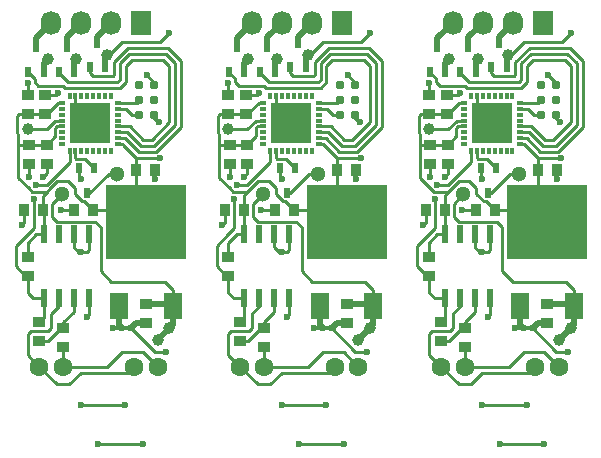
<source format=gtl>
G04 #@! TF.FileFunction,Copper,L1,Top,Signal*
%FSLAX46Y46*%
G04 Gerber Fmt 4.6, Leading zero omitted, Abs format (unit mm)*
G04 Created by KiCad (PCBNEW 4.0.2-4+6225~38~ubuntu15.10.1-stable) date Tue 29 Mar 2016 00:06:07 BST*
%MOMM*%
G01*
G04 APERTURE LIST*
%ADD10C,0.100000*%
%ADD11R,0.600000X1.550000*%
%ADD12C,1.600000*%
%ADD13R,0.950000X1.000000*%
%ADD14R,1.000000X0.950000*%
%ADD15C,0.787000*%
%ADD16R,1.727200X2.032000*%
%ADD17O,1.727200X2.032000*%
%ADD18C,1.300000*%
%ADD19R,6.740000X6.230000*%
%ADD20R,1.524000X2.280000*%
%ADD21R,0.600000X0.300000*%
%ADD22R,0.300000X0.600000*%
%ADD23R,2.000000X2.000000*%
%ADD24R,1.000000X1.000000*%
%ADD25C,0.600000*%
%ADD26R,3.450000X3.450000*%
%ADD27R,0.550000X0.850000*%
%ADD28C,1.000000*%
%ADD29C,0.250000*%
%ADD30C,0.500000*%
%ADD31C,0.300000*%
G04 APERTURE END LIST*
D10*
D11*
X118845000Y-100700000D03*
X120115000Y-100700000D03*
X121385000Y-100700000D03*
X122655000Y-100700000D03*
X122655000Y-95300000D03*
X121385000Y-95300000D03*
X120115000Y-95300000D03*
X118845000Y-95300000D03*
D12*
X118500000Y-106500000D03*
X120500000Y-106500000D03*
D13*
X117200000Y-93250000D03*
X118800000Y-93250000D03*
D14*
X117500000Y-85100000D03*
X117500000Y-83500000D03*
X119000000Y-85100000D03*
X119000000Y-83500000D03*
X119100000Y-87700000D03*
X119100000Y-89300000D03*
D13*
X126700000Y-89800000D03*
X128300000Y-89800000D03*
D14*
X127500000Y-101200000D03*
X127500000Y-102800000D03*
D13*
X123050000Y-93250000D03*
X121450000Y-93250000D03*
D12*
X126500000Y-106500000D03*
X128500000Y-106500000D03*
D15*
X128240000Y-85170000D03*
X126970000Y-85170000D03*
X128240000Y-83900000D03*
X126970000Y-83900000D03*
X128240000Y-82630000D03*
X126970000Y-82630000D03*
D16*
X127100000Y-77400000D03*
D17*
X124560000Y-77400000D03*
X122020000Y-77400000D03*
X119480000Y-77400000D03*
D14*
X117500000Y-97200000D03*
X117500000Y-98800000D03*
D18*
X120400768Y-91855050D03*
X125099232Y-90144950D03*
D19*
X127500000Y-94250000D03*
D20*
X125220000Y-101395000D03*
X129780000Y-101395000D03*
D21*
X120450000Y-84150000D03*
X120450000Y-84650000D03*
X120450000Y-85150000D03*
X120450000Y-85650000D03*
X120450000Y-86150000D03*
X120450000Y-86650000D03*
X120450000Y-87150000D03*
X120450000Y-87650000D03*
D22*
X121050000Y-88250000D03*
X121550000Y-88250000D03*
X122050000Y-88250000D03*
X122550000Y-88250000D03*
X123050000Y-88250000D03*
X123550000Y-88250000D03*
X124050000Y-88250000D03*
X124550000Y-88250000D03*
D21*
X125150000Y-87650000D03*
X125150000Y-87150000D03*
X125150000Y-86650000D03*
X125150000Y-86150000D03*
X125150000Y-85650000D03*
X125150000Y-85150000D03*
X125150000Y-84650000D03*
X125150000Y-84150000D03*
D22*
X124550000Y-83550000D03*
X124050000Y-83550000D03*
X123550000Y-83550000D03*
X123050000Y-83550000D03*
X122550000Y-83550000D03*
X122050000Y-83550000D03*
X121550000Y-83550000D03*
X121050000Y-83550000D03*
D23*
X122800000Y-85900000D03*
D24*
X122800000Y-85900000D03*
D25*
X121550000Y-84650000D03*
X121550000Y-87150000D03*
X124050000Y-84650000D03*
X124050000Y-87150000D03*
D26*
X122800000Y-85900000D03*
D27*
X122750000Y-81150000D03*
X124050000Y-81150000D03*
X123400000Y-79050000D03*
X120150000Y-81550000D03*
X121450000Y-81550000D03*
X120800000Y-79450000D03*
X117550000Y-81550000D03*
X118850000Y-81550000D03*
X118200000Y-79450000D03*
X123150000Y-89650000D03*
X121850000Y-89650000D03*
X122500000Y-91750000D03*
D14*
X117600000Y-87700000D03*
X117600000Y-89300000D03*
D28*
X117500000Y-86400000D03*
D14*
X120500000Y-103200000D03*
X120500000Y-104800000D03*
X118500000Y-102700000D03*
X118500000Y-104300000D03*
D11*
X118845000Y-100700000D03*
X120115000Y-100700000D03*
X121385000Y-100700000D03*
X122655000Y-100700000D03*
X122655000Y-95300000D03*
X121385000Y-95300000D03*
X120115000Y-95300000D03*
X118845000Y-95300000D03*
D12*
X118500000Y-106500000D03*
X120500000Y-106500000D03*
D13*
X117200000Y-93250000D03*
X118800000Y-93250000D03*
D14*
X117500000Y-85100000D03*
X117500000Y-83500000D03*
X119000000Y-85100000D03*
X119000000Y-83500000D03*
X119100000Y-87700000D03*
X119100000Y-89300000D03*
D13*
X126700000Y-89800000D03*
X128300000Y-89800000D03*
D14*
X127500000Y-101200000D03*
X127500000Y-102800000D03*
D13*
X123050000Y-93250000D03*
X121450000Y-93250000D03*
D12*
X126500000Y-106500000D03*
X128500000Y-106500000D03*
D15*
X128240000Y-85170000D03*
X126970000Y-85170000D03*
X128240000Y-83900000D03*
X126970000Y-83900000D03*
X128240000Y-82630000D03*
X126970000Y-82630000D03*
D16*
X127100000Y-77400000D03*
D17*
X124560000Y-77400000D03*
X122020000Y-77400000D03*
X119480000Y-77400000D03*
D14*
X117500000Y-97200000D03*
X117500000Y-98800000D03*
D18*
X120400768Y-91855050D03*
X125099232Y-90144950D03*
D19*
X127500000Y-94250000D03*
D20*
X125220000Y-101395000D03*
X129780000Y-101395000D03*
D21*
X120450000Y-84150000D03*
X120450000Y-84650000D03*
X120450000Y-85150000D03*
X120450000Y-85650000D03*
X120450000Y-86150000D03*
X120450000Y-86650000D03*
X120450000Y-87150000D03*
X120450000Y-87650000D03*
D22*
X121050000Y-88250000D03*
X121550000Y-88250000D03*
X122050000Y-88250000D03*
X122550000Y-88250000D03*
X123050000Y-88250000D03*
X123550000Y-88250000D03*
X124050000Y-88250000D03*
X124550000Y-88250000D03*
D21*
X125150000Y-87650000D03*
X125150000Y-87150000D03*
X125150000Y-86650000D03*
X125150000Y-86150000D03*
X125150000Y-85650000D03*
X125150000Y-85150000D03*
X125150000Y-84650000D03*
X125150000Y-84150000D03*
D22*
X124550000Y-83550000D03*
X124050000Y-83550000D03*
X123550000Y-83550000D03*
X123050000Y-83550000D03*
X122550000Y-83550000D03*
X122050000Y-83550000D03*
X121550000Y-83550000D03*
X121050000Y-83550000D03*
D23*
X122800000Y-85900000D03*
D24*
X122800000Y-85900000D03*
D25*
X121550000Y-84650000D03*
X121550000Y-87150000D03*
X124050000Y-84650000D03*
X124050000Y-87150000D03*
D26*
X122800000Y-85900000D03*
D27*
X122750000Y-81150000D03*
X124050000Y-81150000D03*
X123400000Y-79050000D03*
X120150000Y-81550000D03*
X121450000Y-81550000D03*
X120800000Y-79450000D03*
X117550000Y-81550000D03*
X118850000Y-81550000D03*
X118200000Y-79450000D03*
X123150000Y-89650000D03*
X121850000Y-89650000D03*
X122500000Y-91750000D03*
D14*
X117600000Y-87700000D03*
X117600000Y-89300000D03*
D28*
X117500000Y-86400000D03*
D14*
X120500000Y-103200000D03*
X120500000Y-104800000D03*
X118500000Y-102700000D03*
X118500000Y-104300000D03*
D11*
X135845000Y-100700000D03*
X137115000Y-100700000D03*
X138385000Y-100700000D03*
X139655000Y-100700000D03*
X139655000Y-95300000D03*
X138385000Y-95300000D03*
X137115000Y-95300000D03*
X135845000Y-95300000D03*
D12*
X135500000Y-106500000D03*
X137500000Y-106500000D03*
D13*
X134200000Y-93250000D03*
X135800000Y-93250000D03*
D14*
X134500000Y-85100000D03*
X134500000Y-83500000D03*
X136000000Y-85100000D03*
X136000000Y-83500000D03*
X136100000Y-87700000D03*
X136100000Y-89300000D03*
D13*
X143700000Y-89800000D03*
X145300000Y-89800000D03*
D14*
X144500000Y-101200000D03*
X144500000Y-102800000D03*
D13*
X140050000Y-93250000D03*
X138450000Y-93250000D03*
D12*
X143500000Y-106500000D03*
X145500000Y-106500000D03*
D15*
X145240000Y-85170000D03*
X143970000Y-85170000D03*
X145240000Y-83900000D03*
X143970000Y-83900000D03*
X145240000Y-82630000D03*
X143970000Y-82630000D03*
D16*
X144100000Y-77400000D03*
D17*
X141560000Y-77400000D03*
X139020000Y-77400000D03*
X136480000Y-77400000D03*
D14*
X134500000Y-97200000D03*
X134500000Y-98800000D03*
D18*
X137400768Y-91855050D03*
X142099232Y-90144950D03*
D19*
X144500000Y-94250000D03*
D20*
X142220000Y-101395000D03*
X146780000Y-101395000D03*
D21*
X137450000Y-84150000D03*
X137450000Y-84650000D03*
X137450000Y-85150000D03*
X137450000Y-85650000D03*
X137450000Y-86150000D03*
X137450000Y-86650000D03*
X137450000Y-87150000D03*
X137450000Y-87650000D03*
D22*
X138050000Y-88250000D03*
X138550000Y-88250000D03*
X139050000Y-88250000D03*
X139550000Y-88250000D03*
X140050000Y-88250000D03*
X140550000Y-88250000D03*
X141050000Y-88250000D03*
X141550000Y-88250000D03*
D21*
X142150000Y-87650000D03*
X142150000Y-87150000D03*
X142150000Y-86650000D03*
X142150000Y-86150000D03*
X142150000Y-85650000D03*
X142150000Y-85150000D03*
X142150000Y-84650000D03*
X142150000Y-84150000D03*
D22*
X141550000Y-83550000D03*
X141050000Y-83550000D03*
X140550000Y-83550000D03*
X140050000Y-83550000D03*
X139550000Y-83550000D03*
X139050000Y-83550000D03*
X138550000Y-83550000D03*
X138050000Y-83550000D03*
D23*
X139800000Y-85900000D03*
D24*
X139800000Y-85900000D03*
D25*
X138550000Y-84650000D03*
X138550000Y-87150000D03*
X141050000Y-84650000D03*
X141050000Y-87150000D03*
D26*
X139800000Y-85900000D03*
D27*
X139750000Y-81150000D03*
X141050000Y-81150000D03*
X140400000Y-79050000D03*
X137150000Y-81550000D03*
X138450000Y-81550000D03*
X137800000Y-79450000D03*
X134550000Y-81550000D03*
X135850000Y-81550000D03*
X135200000Y-79450000D03*
X140150000Y-89650000D03*
X138850000Y-89650000D03*
X139500000Y-91750000D03*
D14*
X134600000Y-87700000D03*
X134600000Y-89300000D03*
D28*
X134500000Y-86400000D03*
D14*
X137500000Y-103200000D03*
X137500000Y-104800000D03*
X135500000Y-102700000D03*
X135500000Y-104300000D03*
D11*
X152845000Y-100700000D03*
X154115000Y-100700000D03*
X155385000Y-100700000D03*
X156655000Y-100700000D03*
X156655000Y-95300000D03*
X155385000Y-95300000D03*
X154115000Y-95300000D03*
X152845000Y-95300000D03*
D12*
X152500000Y-106500000D03*
X154500000Y-106500000D03*
D13*
X151200000Y-93250000D03*
X152800000Y-93250000D03*
D14*
X151500000Y-85100000D03*
X151500000Y-83500000D03*
X153000000Y-85100000D03*
X153000000Y-83500000D03*
X153100000Y-87700000D03*
X153100000Y-89300000D03*
D13*
X160700000Y-89800000D03*
X162300000Y-89800000D03*
D14*
X161500000Y-101200000D03*
X161500000Y-102800000D03*
D13*
X157050000Y-93250000D03*
X155450000Y-93250000D03*
D12*
X160500000Y-106500000D03*
X162500000Y-106500000D03*
D15*
X162240000Y-85170000D03*
X160970000Y-85170000D03*
X162240000Y-83900000D03*
X160970000Y-83900000D03*
X162240000Y-82630000D03*
X160970000Y-82630000D03*
D16*
X161100000Y-77400000D03*
D17*
X158560000Y-77400000D03*
X156020000Y-77400000D03*
X153480000Y-77400000D03*
D14*
X151500000Y-97200000D03*
X151500000Y-98800000D03*
D18*
X154400768Y-91855050D03*
X159099232Y-90144950D03*
D19*
X161500000Y-94250000D03*
D20*
X159220000Y-101395000D03*
X163780000Y-101395000D03*
D21*
X154450000Y-84150000D03*
X154450000Y-84650000D03*
X154450000Y-85150000D03*
X154450000Y-85650000D03*
X154450000Y-86150000D03*
X154450000Y-86650000D03*
X154450000Y-87150000D03*
X154450000Y-87650000D03*
D22*
X155050000Y-88250000D03*
X155550000Y-88250000D03*
X156050000Y-88250000D03*
X156550000Y-88250000D03*
X157050000Y-88250000D03*
X157550000Y-88250000D03*
X158050000Y-88250000D03*
X158550000Y-88250000D03*
D21*
X159150000Y-87650000D03*
X159150000Y-87150000D03*
X159150000Y-86650000D03*
X159150000Y-86150000D03*
X159150000Y-85650000D03*
X159150000Y-85150000D03*
X159150000Y-84650000D03*
X159150000Y-84150000D03*
D22*
X158550000Y-83550000D03*
X158050000Y-83550000D03*
X157550000Y-83550000D03*
X157050000Y-83550000D03*
X156550000Y-83550000D03*
X156050000Y-83550000D03*
X155550000Y-83550000D03*
X155050000Y-83550000D03*
D23*
X156800000Y-85900000D03*
D24*
X156800000Y-85900000D03*
D25*
X155550000Y-84650000D03*
X155550000Y-87150000D03*
X158050000Y-84650000D03*
X158050000Y-87150000D03*
D26*
X156800000Y-85900000D03*
D27*
X156750000Y-81150000D03*
X158050000Y-81150000D03*
X157400000Y-79050000D03*
X154150000Y-81550000D03*
X155450000Y-81550000D03*
X154800000Y-79450000D03*
X151550000Y-81550000D03*
X152850000Y-81550000D03*
X152200000Y-79450000D03*
X157150000Y-89650000D03*
X155850000Y-89650000D03*
X156500000Y-91750000D03*
D14*
X151600000Y-87700000D03*
X151600000Y-89300000D03*
D28*
X151500000Y-86400000D03*
D14*
X154500000Y-103200000D03*
X154500000Y-104800000D03*
X152500000Y-102700000D03*
X152500000Y-104300000D03*
D25*
X122000000Y-109750000D03*
X125750000Y-109750000D03*
X123500000Y-113000000D03*
X127250000Y-113000000D03*
X122000000Y-109750000D03*
X125750000Y-109750000D03*
X123500000Y-113000000D03*
X127250000Y-113000000D03*
X139000000Y-109750000D03*
X142750000Y-109750000D03*
X140500000Y-113000000D03*
X144250000Y-113000000D03*
X156000000Y-109750000D03*
X159750000Y-109750000D03*
X157500000Y-113000000D03*
X161250000Y-113000000D03*
D28*
X124200000Y-80100000D03*
D25*
X129500000Y-78250000D03*
X126250000Y-103250000D03*
X129250000Y-105250000D03*
X125500000Y-103250000D03*
D28*
X121600000Y-80400000D03*
X119200000Y-80400000D03*
D25*
X120100000Y-83300000D03*
X127600000Y-81800000D03*
X128300000Y-90600000D03*
X118800000Y-90400000D03*
X122000000Y-90600000D03*
X117500000Y-82500000D03*
X117600000Y-90400000D03*
X120300000Y-93200000D03*
X117000000Y-94500000D03*
X124750000Y-103250000D03*
X122000000Y-96750000D03*
X122500000Y-102250000D03*
D28*
X124200000Y-80100000D03*
D25*
X129500000Y-78250000D03*
X126250000Y-103250000D03*
X129250000Y-105250000D03*
X125500000Y-103250000D03*
D28*
X121600000Y-80400000D03*
X119200000Y-80400000D03*
D25*
X120100000Y-83300000D03*
X127600000Y-81800000D03*
X128300000Y-90600000D03*
X118800000Y-90400000D03*
X122000000Y-90600000D03*
X117500000Y-82500000D03*
X117600000Y-90400000D03*
X120300000Y-93200000D03*
X117000000Y-94500000D03*
X124750000Y-103250000D03*
X122000000Y-96750000D03*
X122500000Y-102250000D03*
D28*
X141200000Y-80100000D03*
D25*
X146500000Y-78250000D03*
X143250000Y-103250000D03*
X146250000Y-105250000D03*
X142500000Y-103250000D03*
D28*
X138600000Y-80400000D03*
X136200000Y-80400000D03*
D25*
X137100000Y-83300000D03*
X144600000Y-81800000D03*
X145300000Y-90600000D03*
X135800000Y-90400000D03*
X139000000Y-90600000D03*
X134500000Y-82500000D03*
X134600000Y-90400000D03*
X137300000Y-93200000D03*
X134000000Y-94500000D03*
X141750000Y-103250000D03*
X139000000Y-96750000D03*
X139500000Y-102250000D03*
D28*
X158200000Y-80100000D03*
D25*
X163500000Y-78250000D03*
X160250000Y-103250000D03*
X163250000Y-105250000D03*
X159500000Y-103250000D03*
D28*
X155600000Y-80400000D03*
X153200000Y-80400000D03*
D25*
X154100000Y-83300000D03*
X161600000Y-81800000D03*
X162300000Y-90600000D03*
X152800000Y-90400000D03*
X156000000Y-90600000D03*
X151500000Y-82500000D03*
X151600000Y-90400000D03*
X154300000Y-93200000D03*
X151000000Y-94500000D03*
X158750000Y-103250000D03*
X156000000Y-96750000D03*
X156500000Y-102250000D03*
X128700000Y-88800000D03*
X128600000Y-85800000D03*
X128700000Y-88800000D03*
X128600000Y-85800000D03*
X145700000Y-88800000D03*
X145600000Y-85800000D03*
X162700000Y-88800000D03*
X162600000Y-85800000D03*
D28*
X128500000Y-104250000D03*
X129500000Y-103250000D03*
X128500000Y-104250000D03*
X129500000Y-103250000D03*
X145500000Y-104250000D03*
X146500000Y-103250000D03*
X162500000Y-104250000D03*
X163500000Y-103250000D03*
D25*
X118200000Y-91100000D03*
X118000000Y-92300000D03*
X118200000Y-91100000D03*
X118000000Y-92300000D03*
X135200000Y-91100000D03*
X135000000Y-92300000D03*
X152200000Y-91100000D03*
X152000000Y-92300000D03*
D29*
X122000000Y-109750000D02*
X125750000Y-109750000D01*
X123500000Y-113000000D02*
X127250000Y-113000000D01*
X122000000Y-109750000D02*
X125750000Y-109750000D01*
X123500000Y-113000000D02*
X127250000Y-113000000D01*
X139000000Y-109750000D02*
X142750000Y-109750000D01*
X140500000Y-113000000D02*
X144250000Y-113000000D01*
X156000000Y-109750000D02*
X159750000Y-109750000D01*
X157500000Y-113000000D02*
X161250000Y-113000000D01*
X124200000Y-80100000D02*
X124400000Y-80100000D01*
D30*
X124050000Y-80250000D02*
X124200000Y-80100000D01*
X124050000Y-81150000D02*
X124050000Y-80250000D01*
D29*
X128750000Y-79000000D02*
X129500000Y-78250000D01*
X125500000Y-79000000D02*
X128750000Y-79000000D01*
X124400000Y-80100000D02*
X125500000Y-79000000D01*
X126250000Y-103250000D02*
X128250000Y-105250000D01*
X128250000Y-105250000D02*
X129250000Y-105250000D01*
X121550000Y-83550000D02*
X121550000Y-84650000D01*
D30*
X127500000Y-102800000D02*
X126700000Y-102800000D01*
D31*
X126250000Y-103250000D02*
X125500000Y-103250000D01*
D30*
X126700000Y-102800000D02*
X126250000Y-103250000D01*
X121450000Y-81550000D02*
X121450000Y-80550000D01*
X121450000Y-80550000D02*
X121600000Y-80400000D01*
X118850000Y-81550000D02*
X118850000Y-80750000D01*
X118850000Y-80750000D02*
X119200000Y-80400000D01*
D29*
X119000000Y-83500000D02*
X119900000Y-83500000D01*
X119900000Y-83500000D02*
X120100000Y-83300000D01*
X128240000Y-82630000D02*
X128240000Y-82440000D01*
X128240000Y-82440000D02*
X127600000Y-81800000D01*
X128300000Y-89800000D02*
X128300000Y-90600000D01*
X119100000Y-89300000D02*
X119100000Y-90100000D01*
X119100000Y-90100000D02*
X118800000Y-90400000D01*
X121850000Y-89650000D02*
X121850000Y-90450000D01*
X121850000Y-90450000D02*
X122000000Y-90600000D01*
X117500000Y-83500000D02*
X117500000Y-82500000D01*
X117600000Y-89300000D02*
X117600000Y-90400000D01*
X121450000Y-93250000D02*
X120350000Y-93250000D01*
X120350000Y-93250000D02*
X120300000Y-93200000D01*
X117200000Y-93250000D02*
X117200000Y-94300000D01*
X117200000Y-94300000D02*
X117000000Y-94500000D01*
X121385000Y-94885000D02*
X121385000Y-95300000D01*
D30*
X125220000Y-101395000D02*
X125220000Y-102970000D01*
X125220000Y-102970000D02*
X125500000Y-103250000D01*
D31*
X124750000Y-103250000D02*
X125500000Y-103250000D01*
D29*
X122655000Y-95300000D02*
X122655000Y-96595000D01*
X121385000Y-96385000D02*
X121750000Y-96750000D01*
X121750000Y-96750000D02*
X122000000Y-96750000D01*
X121385000Y-96385000D02*
X121385000Y-95300000D01*
X122500000Y-96750000D02*
X122000000Y-96750000D01*
X122655000Y-96595000D02*
X122500000Y-96750000D01*
X122655000Y-100700000D02*
X122655000Y-102095000D01*
X122655000Y-102095000D02*
X122500000Y-102250000D01*
X124200000Y-80100000D02*
X124400000Y-80100000D01*
D30*
X124050000Y-80250000D02*
X124200000Y-80100000D01*
X124050000Y-81150000D02*
X124050000Y-80250000D01*
D29*
X128750000Y-79000000D02*
X129500000Y-78250000D01*
X125500000Y-79000000D02*
X128750000Y-79000000D01*
X124400000Y-80100000D02*
X125500000Y-79000000D01*
X126250000Y-103250000D02*
X128250000Y-105250000D01*
X128250000Y-105250000D02*
X129250000Y-105250000D01*
X121550000Y-83550000D02*
X121550000Y-84650000D01*
D30*
X127500000Y-102800000D02*
X126700000Y-102800000D01*
D31*
X126250000Y-103250000D02*
X125500000Y-103250000D01*
D30*
X126700000Y-102800000D02*
X126250000Y-103250000D01*
X121450000Y-81550000D02*
X121450000Y-80550000D01*
X121450000Y-80550000D02*
X121600000Y-80400000D01*
X118850000Y-81550000D02*
X118850000Y-80750000D01*
X118850000Y-80750000D02*
X119200000Y-80400000D01*
D29*
X119000000Y-83500000D02*
X119900000Y-83500000D01*
X119900000Y-83500000D02*
X120100000Y-83300000D01*
X128240000Y-82630000D02*
X128240000Y-82440000D01*
X128240000Y-82440000D02*
X127600000Y-81800000D01*
X128300000Y-89800000D02*
X128300000Y-90600000D01*
X119100000Y-89300000D02*
X119100000Y-90100000D01*
X119100000Y-90100000D02*
X118800000Y-90400000D01*
X121850000Y-89650000D02*
X121850000Y-90450000D01*
X121850000Y-90450000D02*
X122000000Y-90600000D01*
X117500000Y-83500000D02*
X117500000Y-82500000D01*
X117600000Y-89300000D02*
X117600000Y-90400000D01*
X121450000Y-93250000D02*
X120350000Y-93250000D01*
X120350000Y-93250000D02*
X120300000Y-93200000D01*
X117200000Y-93250000D02*
X117200000Y-94300000D01*
X117200000Y-94300000D02*
X117000000Y-94500000D01*
X121385000Y-94885000D02*
X121385000Y-95300000D01*
D30*
X125220000Y-101395000D02*
X125220000Y-102970000D01*
X125220000Y-102970000D02*
X125500000Y-103250000D01*
D31*
X124750000Y-103250000D02*
X125500000Y-103250000D01*
D29*
X122655000Y-95300000D02*
X122655000Y-96595000D01*
X121385000Y-96385000D02*
X121750000Y-96750000D01*
X121750000Y-96750000D02*
X122000000Y-96750000D01*
X121385000Y-96385000D02*
X121385000Y-95300000D01*
X122500000Y-96750000D02*
X122000000Y-96750000D01*
X122655000Y-96595000D02*
X122500000Y-96750000D01*
X122655000Y-100700000D02*
X122655000Y-102095000D01*
X122655000Y-102095000D02*
X122500000Y-102250000D01*
X141200000Y-80100000D02*
X141400000Y-80100000D01*
D30*
X141050000Y-80250000D02*
X141200000Y-80100000D01*
X141050000Y-81150000D02*
X141050000Y-80250000D01*
D29*
X145750000Y-79000000D02*
X146500000Y-78250000D01*
X142500000Y-79000000D02*
X145750000Y-79000000D01*
X141400000Y-80100000D02*
X142500000Y-79000000D01*
X143250000Y-103250000D02*
X145250000Y-105250000D01*
X145250000Y-105250000D02*
X146250000Y-105250000D01*
X138550000Y-83550000D02*
X138550000Y-84650000D01*
D30*
X144500000Y-102800000D02*
X143700000Y-102800000D01*
D31*
X143250000Y-103250000D02*
X142500000Y-103250000D01*
D30*
X143700000Y-102800000D02*
X143250000Y-103250000D01*
X138450000Y-81550000D02*
X138450000Y-80550000D01*
X138450000Y-80550000D02*
X138600000Y-80400000D01*
X135850000Y-81550000D02*
X135850000Y-80750000D01*
X135850000Y-80750000D02*
X136200000Y-80400000D01*
D29*
X136000000Y-83500000D02*
X136900000Y-83500000D01*
X136900000Y-83500000D02*
X137100000Y-83300000D01*
X145240000Y-82630000D02*
X145240000Y-82440000D01*
X145240000Y-82440000D02*
X144600000Y-81800000D01*
X145300000Y-89800000D02*
X145300000Y-90600000D01*
X136100000Y-89300000D02*
X136100000Y-90100000D01*
X136100000Y-90100000D02*
X135800000Y-90400000D01*
X138850000Y-89650000D02*
X138850000Y-90450000D01*
X138850000Y-90450000D02*
X139000000Y-90600000D01*
X134500000Y-83500000D02*
X134500000Y-82500000D01*
X134600000Y-89300000D02*
X134600000Y-90400000D01*
X138450000Y-93250000D02*
X137350000Y-93250000D01*
X137350000Y-93250000D02*
X137300000Y-93200000D01*
X134200000Y-93250000D02*
X134200000Y-94300000D01*
X134200000Y-94300000D02*
X134000000Y-94500000D01*
X138385000Y-94885000D02*
X138385000Y-95300000D01*
D30*
X142220000Y-101395000D02*
X142220000Y-102970000D01*
X142220000Y-102970000D02*
X142500000Y-103250000D01*
D31*
X141750000Y-103250000D02*
X142500000Y-103250000D01*
D29*
X139655000Y-95300000D02*
X139655000Y-96595000D01*
X138385000Y-96385000D02*
X138750000Y-96750000D01*
X138750000Y-96750000D02*
X139000000Y-96750000D01*
X138385000Y-96385000D02*
X138385000Y-95300000D01*
X139500000Y-96750000D02*
X139000000Y-96750000D01*
X139655000Y-96595000D02*
X139500000Y-96750000D01*
X139655000Y-100700000D02*
X139655000Y-102095000D01*
X139655000Y-102095000D02*
X139500000Y-102250000D01*
X158200000Y-80100000D02*
X158400000Y-80100000D01*
D30*
X158050000Y-80250000D02*
X158200000Y-80100000D01*
X158050000Y-81150000D02*
X158050000Y-80250000D01*
D29*
X162750000Y-79000000D02*
X163500000Y-78250000D01*
X159500000Y-79000000D02*
X162750000Y-79000000D01*
X158400000Y-80100000D02*
X159500000Y-79000000D01*
X160250000Y-103250000D02*
X162250000Y-105250000D01*
X162250000Y-105250000D02*
X163250000Y-105250000D01*
X155550000Y-83550000D02*
X155550000Y-84650000D01*
D30*
X161500000Y-102800000D02*
X160700000Y-102800000D01*
D31*
X160250000Y-103250000D02*
X159500000Y-103250000D01*
D30*
X160700000Y-102800000D02*
X160250000Y-103250000D01*
X155450000Y-81550000D02*
X155450000Y-80550000D01*
X155450000Y-80550000D02*
X155600000Y-80400000D01*
X152850000Y-81550000D02*
X152850000Y-80750000D01*
X152850000Y-80750000D02*
X153200000Y-80400000D01*
D29*
X153000000Y-83500000D02*
X153900000Y-83500000D01*
X153900000Y-83500000D02*
X154100000Y-83300000D01*
X162240000Y-82630000D02*
X162240000Y-82440000D01*
X162240000Y-82440000D02*
X161600000Y-81800000D01*
X162300000Y-89800000D02*
X162300000Y-90600000D01*
X153100000Y-89300000D02*
X153100000Y-90100000D01*
X153100000Y-90100000D02*
X152800000Y-90400000D01*
X155850000Y-89650000D02*
X155850000Y-90450000D01*
X155850000Y-90450000D02*
X156000000Y-90600000D01*
X151500000Y-83500000D02*
X151500000Y-82500000D01*
X151600000Y-89300000D02*
X151600000Y-90400000D01*
X155450000Y-93250000D02*
X154350000Y-93250000D01*
X154350000Y-93250000D02*
X154300000Y-93200000D01*
X151200000Y-93250000D02*
X151200000Y-94300000D01*
X151200000Y-94300000D02*
X151000000Y-94500000D01*
X155385000Y-94885000D02*
X155385000Y-95300000D01*
D30*
X159220000Y-101395000D02*
X159220000Y-102970000D01*
X159220000Y-102970000D02*
X159500000Y-103250000D01*
D31*
X158750000Y-103250000D02*
X159500000Y-103250000D01*
D29*
X156655000Y-95300000D02*
X156655000Y-96595000D01*
X155385000Y-96385000D02*
X155750000Y-96750000D01*
X155750000Y-96750000D02*
X156000000Y-96750000D01*
X155385000Y-96385000D02*
X155385000Y-95300000D01*
X156500000Y-96750000D02*
X156000000Y-96750000D01*
X156655000Y-96595000D02*
X156500000Y-96750000D01*
X156655000Y-100700000D02*
X156655000Y-102095000D01*
X156655000Y-102095000D02*
X156500000Y-102250000D01*
X126700000Y-88800000D02*
X128700000Y-88800000D01*
D31*
X128600000Y-85800000D02*
X128240000Y-85440000D01*
X128240000Y-85440000D02*
X128240000Y-85170000D01*
D29*
X125600000Y-87700000D02*
X125550000Y-87650000D01*
X126700000Y-88800000D02*
X125600000Y-87700000D01*
X125550000Y-87650000D02*
X125150000Y-87650000D01*
X126700000Y-89800000D02*
X126700000Y-93450000D01*
X126700000Y-93450000D02*
X127500000Y-94250000D01*
X126700000Y-88800000D02*
X126700000Y-89800000D01*
D31*
X126700000Y-93450000D02*
X127500000Y-94250000D01*
D30*
X126800000Y-93550000D02*
X127500000Y-94250000D01*
D29*
X119100000Y-91700000D02*
X118500000Y-91700000D01*
X117900000Y-91700000D02*
X118500000Y-91700000D01*
X116700000Y-90500000D02*
X116700000Y-87700000D01*
X117600000Y-91400000D02*
X116700000Y-90500000D01*
X117600000Y-91400000D02*
X117900000Y-91700000D01*
X116700000Y-87700000D02*
X117600000Y-87700000D01*
X116800000Y-85100000D02*
X117500000Y-85100000D01*
X116700000Y-87700000D02*
X116700000Y-86800000D01*
X116700000Y-86800000D02*
X116600000Y-86700000D01*
X116600000Y-86700000D02*
X116600000Y-85300000D01*
X116600000Y-85300000D02*
X116800000Y-85100000D01*
X123050000Y-93250000D02*
X122300000Y-92500000D01*
X122300000Y-92500000D02*
X122100000Y-92500000D01*
X122100000Y-92500000D02*
X121500000Y-91900000D01*
X121500000Y-91900000D02*
X121500000Y-91400000D01*
X121500000Y-91400000D02*
X120900000Y-90800000D01*
X120900000Y-90800000D02*
X120000000Y-90800000D01*
X119400000Y-91400000D02*
X119100000Y-91700000D01*
X119100000Y-91700000D02*
X118800000Y-92000000D01*
X120000000Y-90800000D02*
X119400000Y-91400000D01*
X118800000Y-92000000D02*
X118800000Y-93250000D01*
X119100000Y-87700000D02*
X117600000Y-87700000D01*
X119000000Y-85100000D02*
X117500000Y-85100000D01*
X120450000Y-84150000D02*
X120050000Y-84150000D01*
X120050000Y-84150000D02*
X119100000Y-85100000D01*
X119100000Y-85100000D02*
X119000000Y-85100000D01*
X120450000Y-86150000D02*
X119950000Y-86150000D01*
X119800000Y-87000000D02*
X119100000Y-87700000D01*
X119800000Y-86300000D02*
X119800000Y-87000000D01*
X119950000Y-86150000D02*
X119800000Y-86300000D01*
X123050000Y-93250000D02*
X126500000Y-93250000D01*
X126500000Y-93250000D02*
X127500000Y-94250000D01*
X118800000Y-93250000D02*
X118845000Y-93295000D01*
X118845000Y-93295000D02*
X118845000Y-95300000D01*
X125200000Y-91950000D02*
X127500000Y-94250000D01*
X117500000Y-97200000D02*
X117500000Y-96000000D01*
X118200000Y-95300000D02*
X118845000Y-95300000D01*
X117500000Y-96000000D02*
X118200000Y-95300000D01*
D30*
X127500000Y-94250000D02*
X126250000Y-94250000D01*
X126750000Y-93500000D02*
X127500000Y-94250000D01*
D29*
X118745000Y-95200000D02*
X118845000Y-95300000D01*
X126700000Y-88800000D02*
X128700000Y-88800000D01*
D31*
X128600000Y-85800000D02*
X128240000Y-85440000D01*
X128240000Y-85440000D02*
X128240000Y-85170000D01*
D29*
X125600000Y-87700000D02*
X125550000Y-87650000D01*
X126700000Y-88800000D02*
X125600000Y-87700000D01*
X125550000Y-87650000D02*
X125150000Y-87650000D01*
X126700000Y-89800000D02*
X126700000Y-93450000D01*
X126700000Y-93450000D02*
X127500000Y-94250000D01*
X126700000Y-88800000D02*
X126700000Y-89800000D01*
D31*
X126700000Y-93450000D02*
X127500000Y-94250000D01*
D30*
X126800000Y-93550000D02*
X127500000Y-94250000D01*
D29*
X119100000Y-91700000D02*
X118500000Y-91700000D01*
X117900000Y-91700000D02*
X118500000Y-91700000D01*
X116700000Y-90500000D02*
X116700000Y-87700000D01*
X117600000Y-91400000D02*
X116700000Y-90500000D01*
X117600000Y-91400000D02*
X117900000Y-91700000D01*
X116700000Y-87700000D02*
X117600000Y-87700000D01*
X116800000Y-85100000D02*
X117500000Y-85100000D01*
X116700000Y-87700000D02*
X116700000Y-86800000D01*
X116700000Y-86800000D02*
X116600000Y-86700000D01*
X116600000Y-86700000D02*
X116600000Y-85300000D01*
X116600000Y-85300000D02*
X116800000Y-85100000D01*
X123050000Y-93250000D02*
X122300000Y-92500000D01*
X122300000Y-92500000D02*
X122100000Y-92500000D01*
X122100000Y-92500000D02*
X121500000Y-91900000D01*
X121500000Y-91900000D02*
X121500000Y-91400000D01*
X121500000Y-91400000D02*
X120900000Y-90800000D01*
X120900000Y-90800000D02*
X120000000Y-90800000D01*
X119400000Y-91400000D02*
X119100000Y-91700000D01*
X119100000Y-91700000D02*
X118800000Y-92000000D01*
X120000000Y-90800000D02*
X119400000Y-91400000D01*
X118800000Y-92000000D02*
X118800000Y-93250000D01*
X119100000Y-87700000D02*
X117600000Y-87700000D01*
X119000000Y-85100000D02*
X117500000Y-85100000D01*
X120450000Y-84150000D02*
X120050000Y-84150000D01*
X120050000Y-84150000D02*
X119100000Y-85100000D01*
X119100000Y-85100000D02*
X119000000Y-85100000D01*
X120450000Y-86150000D02*
X119950000Y-86150000D01*
X119800000Y-87000000D02*
X119100000Y-87700000D01*
X119800000Y-86300000D02*
X119800000Y-87000000D01*
X119950000Y-86150000D02*
X119800000Y-86300000D01*
X123050000Y-93250000D02*
X126500000Y-93250000D01*
X126500000Y-93250000D02*
X127500000Y-94250000D01*
X118800000Y-93250000D02*
X118845000Y-93295000D01*
X118845000Y-93295000D02*
X118845000Y-95300000D01*
X125200000Y-91950000D02*
X127500000Y-94250000D01*
X117500000Y-97200000D02*
X117500000Y-96000000D01*
X118200000Y-95300000D02*
X118845000Y-95300000D01*
X117500000Y-96000000D02*
X118200000Y-95300000D01*
D30*
X127500000Y-94250000D02*
X126250000Y-94250000D01*
X126750000Y-93500000D02*
X127500000Y-94250000D01*
D29*
X118745000Y-95200000D02*
X118845000Y-95300000D01*
X143700000Y-88800000D02*
X145700000Y-88800000D01*
D31*
X145600000Y-85800000D02*
X145240000Y-85440000D01*
X145240000Y-85440000D02*
X145240000Y-85170000D01*
D29*
X142600000Y-87700000D02*
X142550000Y-87650000D01*
X143700000Y-88800000D02*
X142600000Y-87700000D01*
X142550000Y-87650000D02*
X142150000Y-87650000D01*
X143700000Y-89800000D02*
X143700000Y-93450000D01*
X143700000Y-93450000D02*
X144500000Y-94250000D01*
X143700000Y-88800000D02*
X143700000Y-89800000D01*
D31*
X143700000Y-93450000D02*
X144500000Y-94250000D01*
D30*
X143800000Y-93550000D02*
X144500000Y-94250000D01*
D29*
X136100000Y-91700000D02*
X135500000Y-91700000D01*
X134900000Y-91700000D02*
X135500000Y-91700000D01*
X133700000Y-90500000D02*
X133700000Y-87700000D01*
X134600000Y-91400000D02*
X133700000Y-90500000D01*
X134600000Y-91400000D02*
X134900000Y-91700000D01*
X133700000Y-87700000D02*
X134600000Y-87700000D01*
X133800000Y-85100000D02*
X134500000Y-85100000D01*
X133700000Y-87700000D02*
X133700000Y-86800000D01*
X133700000Y-86800000D02*
X133600000Y-86700000D01*
X133600000Y-86700000D02*
X133600000Y-85300000D01*
X133600000Y-85300000D02*
X133800000Y-85100000D01*
X140050000Y-93250000D02*
X139300000Y-92500000D01*
X139300000Y-92500000D02*
X139100000Y-92500000D01*
X139100000Y-92500000D02*
X138500000Y-91900000D01*
X138500000Y-91900000D02*
X138500000Y-91400000D01*
X138500000Y-91400000D02*
X137900000Y-90800000D01*
X137900000Y-90800000D02*
X137000000Y-90800000D01*
X136400000Y-91400000D02*
X136100000Y-91700000D01*
X136100000Y-91700000D02*
X135800000Y-92000000D01*
X137000000Y-90800000D02*
X136400000Y-91400000D01*
X135800000Y-92000000D02*
X135800000Y-93250000D01*
X136100000Y-87700000D02*
X134600000Y-87700000D01*
X136000000Y-85100000D02*
X134500000Y-85100000D01*
X137450000Y-84150000D02*
X137050000Y-84150000D01*
X137050000Y-84150000D02*
X136100000Y-85100000D01*
X136100000Y-85100000D02*
X136000000Y-85100000D01*
X137450000Y-86150000D02*
X136950000Y-86150000D01*
X136800000Y-87000000D02*
X136100000Y-87700000D01*
X136800000Y-86300000D02*
X136800000Y-87000000D01*
X136950000Y-86150000D02*
X136800000Y-86300000D01*
X140050000Y-93250000D02*
X143500000Y-93250000D01*
X143500000Y-93250000D02*
X144500000Y-94250000D01*
X135800000Y-93250000D02*
X135845000Y-93295000D01*
X135845000Y-93295000D02*
X135845000Y-95300000D01*
X142200000Y-91950000D02*
X144500000Y-94250000D01*
X134500000Y-97200000D02*
X134500000Y-96000000D01*
X135200000Y-95300000D02*
X135845000Y-95300000D01*
X134500000Y-96000000D02*
X135200000Y-95300000D01*
D30*
X144500000Y-94250000D02*
X143250000Y-94250000D01*
X143750000Y-93500000D02*
X144500000Y-94250000D01*
D29*
X135745000Y-95200000D02*
X135845000Y-95300000D01*
X160700000Y-88800000D02*
X162700000Y-88800000D01*
D31*
X162600000Y-85800000D02*
X162240000Y-85440000D01*
X162240000Y-85440000D02*
X162240000Y-85170000D01*
D29*
X159600000Y-87700000D02*
X159550000Y-87650000D01*
X160700000Y-88800000D02*
X159600000Y-87700000D01*
X159550000Y-87650000D02*
X159150000Y-87650000D01*
X160700000Y-89800000D02*
X160700000Y-93450000D01*
X160700000Y-93450000D02*
X161500000Y-94250000D01*
X160700000Y-88800000D02*
X160700000Y-89800000D01*
D31*
X160700000Y-93450000D02*
X161500000Y-94250000D01*
D30*
X160800000Y-93550000D02*
X161500000Y-94250000D01*
D29*
X153100000Y-91700000D02*
X152500000Y-91700000D01*
X151900000Y-91700000D02*
X152500000Y-91700000D01*
X150700000Y-90500000D02*
X150700000Y-87700000D01*
X151600000Y-91400000D02*
X150700000Y-90500000D01*
X151600000Y-91400000D02*
X151900000Y-91700000D01*
X150700000Y-87700000D02*
X151600000Y-87700000D01*
X150800000Y-85100000D02*
X151500000Y-85100000D01*
X150700000Y-87700000D02*
X150700000Y-86800000D01*
X150700000Y-86800000D02*
X150600000Y-86700000D01*
X150600000Y-86700000D02*
X150600000Y-85300000D01*
X150600000Y-85300000D02*
X150800000Y-85100000D01*
X157050000Y-93250000D02*
X156300000Y-92500000D01*
X156300000Y-92500000D02*
X156100000Y-92500000D01*
X156100000Y-92500000D02*
X155500000Y-91900000D01*
X155500000Y-91900000D02*
X155500000Y-91400000D01*
X155500000Y-91400000D02*
X154900000Y-90800000D01*
X154900000Y-90800000D02*
X154000000Y-90800000D01*
X153400000Y-91400000D02*
X153100000Y-91700000D01*
X153100000Y-91700000D02*
X152800000Y-92000000D01*
X154000000Y-90800000D02*
X153400000Y-91400000D01*
X152800000Y-92000000D02*
X152800000Y-93250000D01*
X153100000Y-87700000D02*
X151600000Y-87700000D01*
X153000000Y-85100000D02*
X151500000Y-85100000D01*
X154450000Y-84150000D02*
X154050000Y-84150000D01*
X154050000Y-84150000D02*
X153100000Y-85100000D01*
X153100000Y-85100000D02*
X153000000Y-85100000D01*
X154450000Y-86150000D02*
X153950000Y-86150000D01*
X153800000Y-87000000D02*
X153100000Y-87700000D01*
X153800000Y-86300000D02*
X153800000Y-87000000D01*
X153950000Y-86150000D02*
X153800000Y-86300000D01*
X157050000Y-93250000D02*
X160500000Y-93250000D01*
X160500000Y-93250000D02*
X161500000Y-94250000D01*
X152800000Y-93250000D02*
X152845000Y-93295000D01*
X152845000Y-93295000D02*
X152845000Y-95300000D01*
X159200000Y-91950000D02*
X161500000Y-94250000D01*
X151500000Y-97200000D02*
X151500000Y-96000000D01*
X152200000Y-95300000D02*
X152845000Y-95300000D01*
X151500000Y-96000000D02*
X152200000Y-95300000D01*
D30*
X161500000Y-94250000D02*
X160250000Y-94250000D01*
X160750000Y-93500000D02*
X161500000Y-94250000D01*
D29*
X152745000Y-95200000D02*
X152845000Y-95300000D01*
D30*
X127500000Y-101200000D02*
X129585000Y-101200000D01*
X129585000Y-101200000D02*
X129780000Y-101395000D01*
X129500000Y-103250000D02*
X128500000Y-104250000D01*
X129780000Y-101395000D02*
X129780000Y-102970000D01*
X129780000Y-102970000D02*
X129500000Y-103250000D01*
D29*
X120400768Y-91855050D02*
X120400768Y-91899232D01*
X120400768Y-91899232D02*
X119600000Y-92700000D01*
X119600000Y-92700000D02*
X119600000Y-93800000D01*
X119600000Y-93800000D02*
X120000000Y-94200000D01*
X120000000Y-94200000D02*
X123200000Y-94200000D01*
X123200000Y-94200000D02*
X123700000Y-94700000D01*
X123700000Y-94700000D02*
X123700000Y-98400000D01*
X123700000Y-98400000D02*
X124600000Y-99300000D01*
X124600000Y-99300000D02*
X129100000Y-99300000D01*
X129100000Y-99300000D02*
X129780000Y-99980000D01*
X129780000Y-99980000D02*
X129780000Y-101395000D01*
D31*
X129225000Y-101950000D02*
X129780000Y-101395000D01*
D30*
X127500000Y-101200000D02*
X129585000Y-101200000D01*
X129585000Y-101200000D02*
X129780000Y-101395000D01*
X129500000Y-103250000D02*
X128500000Y-104250000D01*
X129780000Y-101395000D02*
X129780000Y-102970000D01*
X129780000Y-102970000D02*
X129500000Y-103250000D01*
D29*
X120400768Y-91855050D02*
X120400768Y-91899232D01*
X120400768Y-91899232D02*
X119600000Y-92700000D01*
X119600000Y-92700000D02*
X119600000Y-93800000D01*
X119600000Y-93800000D02*
X120000000Y-94200000D01*
X120000000Y-94200000D02*
X123200000Y-94200000D01*
X123200000Y-94200000D02*
X123700000Y-94700000D01*
X123700000Y-94700000D02*
X123700000Y-98400000D01*
X123700000Y-98400000D02*
X124600000Y-99300000D01*
X124600000Y-99300000D02*
X129100000Y-99300000D01*
X129100000Y-99300000D02*
X129780000Y-99980000D01*
X129780000Y-99980000D02*
X129780000Y-101395000D01*
D31*
X129225000Y-101950000D02*
X129780000Y-101395000D01*
D30*
X144500000Y-101200000D02*
X146585000Y-101200000D01*
X146585000Y-101200000D02*
X146780000Y-101395000D01*
X146500000Y-103250000D02*
X145500000Y-104250000D01*
X146780000Y-101395000D02*
X146780000Y-102970000D01*
X146780000Y-102970000D02*
X146500000Y-103250000D01*
D29*
X137400768Y-91855050D02*
X137400768Y-91899232D01*
X137400768Y-91899232D02*
X136600000Y-92700000D01*
X136600000Y-92700000D02*
X136600000Y-93800000D01*
X136600000Y-93800000D02*
X137000000Y-94200000D01*
X137000000Y-94200000D02*
X140200000Y-94200000D01*
X140200000Y-94200000D02*
X140700000Y-94700000D01*
X140700000Y-94700000D02*
X140700000Y-98400000D01*
X140700000Y-98400000D02*
X141600000Y-99300000D01*
X141600000Y-99300000D02*
X146100000Y-99300000D01*
X146100000Y-99300000D02*
X146780000Y-99980000D01*
X146780000Y-99980000D02*
X146780000Y-101395000D01*
D31*
X146225000Y-101950000D02*
X146780000Y-101395000D01*
D30*
X161500000Y-101200000D02*
X163585000Y-101200000D01*
X163585000Y-101200000D02*
X163780000Y-101395000D01*
X163500000Y-103250000D02*
X162500000Y-104250000D01*
X163780000Y-101395000D02*
X163780000Y-102970000D01*
X163780000Y-102970000D02*
X163500000Y-103250000D01*
D29*
X154400768Y-91855050D02*
X154400768Y-91899232D01*
X154400768Y-91899232D02*
X153600000Y-92700000D01*
X153600000Y-92700000D02*
X153600000Y-93800000D01*
X153600000Y-93800000D02*
X154000000Y-94200000D01*
X154000000Y-94200000D02*
X157200000Y-94200000D01*
X157200000Y-94200000D02*
X157700000Y-94700000D01*
X157700000Y-94700000D02*
X157700000Y-98400000D01*
X157700000Y-98400000D02*
X158600000Y-99300000D01*
X158600000Y-99300000D02*
X163100000Y-99300000D01*
X163100000Y-99300000D02*
X163780000Y-99980000D01*
X163780000Y-99980000D02*
X163780000Y-101395000D01*
D31*
X163225000Y-101950000D02*
X163780000Y-101395000D01*
D29*
X119700000Y-90500000D02*
X121050000Y-89150000D01*
X121050000Y-89150000D02*
X121050000Y-88250000D01*
X118200000Y-91100000D02*
X119100000Y-91100000D01*
X118000000Y-92300000D02*
X118000000Y-92500000D01*
X118000000Y-94750000D02*
X118000000Y-92500000D01*
X117300000Y-98800000D02*
X116500000Y-98000000D01*
X116500000Y-96250000D02*
X117500000Y-95250000D01*
X116500000Y-98000000D02*
X116500000Y-96250000D01*
X117500000Y-95250000D02*
X118000000Y-94750000D01*
X119100000Y-91100000D02*
X119700000Y-90500000D01*
X119700000Y-90500000D02*
X119682844Y-90517156D01*
X117500000Y-98800000D02*
X117300000Y-98800000D01*
X117500000Y-98800000D02*
X117500000Y-100250000D01*
X117950000Y-100700000D02*
X118845000Y-100700000D01*
X117500000Y-100250000D02*
X117950000Y-100700000D01*
X118500000Y-102700000D02*
X118845000Y-102355000D01*
X118845000Y-102355000D02*
X118845000Y-100700000D01*
X119700000Y-90500000D02*
X121050000Y-89150000D01*
X121050000Y-89150000D02*
X121050000Y-88250000D01*
X118200000Y-91100000D02*
X119100000Y-91100000D01*
X118000000Y-92300000D02*
X118000000Y-92500000D01*
X118000000Y-94750000D02*
X118000000Y-92500000D01*
X117300000Y-98800000D02*
X116500000Y-98000000D01*
X116500000Y-96250000D02*
X117500000Y-95250000D01*
X116500000Y-98000000D02*
X116500000Y-96250000D01*
X117500000Y-95250000D02*
X118000000Y-94750000D01*
X119100000Y-91100000D02*
X119700000Y-90500000D01*
X119700000Y-90500000D02*
X119682844Y-90517156D01*
X117500000Y-98800000D02*
X117300000Y-98800000D01*
X117500000Y-98800000D02*
X117500000Y-100250000D01*
X117950000Y-100700000D02*
X118845000Y-100700000D01*
X117500000Y-100250000D02*
X117950000Y-100700000D01*
X118500000Y-102700000D02*
X118845000Y-102355000D01*
X118845000Y-102355000D02*
X118845000Y-100700000D01*
X136700000Y-90500000D02*
X138050000Y-89150000D01*
X138050000Y-89150000D02*
X138050000Y-88250000D01*
X135200000Y-91100000D02*
X136100000Y-91100000D01*
X135000000Y-92300000D02*
X135000000Y-92500000D01*
X135000000Y-94750000D02*
X135000000Y-92500000D01*
X134300000Y-98800000D02*
X133500000Y-98000000D01*
X133500000Y-96250000D02*
X134500000Y-95250000D01*
X133500000Y-98000000D02*
X133500000Y-96250000D01*
X134500000Y-95250000D02*
X135000000Y-94750000D01*
X136100000Y-91100000D02*
X136700000Y-90500000D01*
X136700000Y-90500000D02*
X136682844Y-90517156D01*
X134500000Y-98800000D02*
X134300000Y-98800000D01*
X134500000Y-98800000D02*
X134500000Y-100250000D01*
X134950000Y-100700000D02*
X135845000Y-100700000D01*
X134500000Y-100250000D02*
X134950000Y-100700000D01*
X135500000Y-102700000D02*
X135845000Y-102355000D01*
X135845000Y-102355000D02*
X135845000Y-100700000D01*
X153700000Y-90500000D02*
X155050000Y-89150000D01*
X155050000Y-89150000D02*
X155050000Y-88250000D01*
X152200000Y-91100000D02*
X153100000Y-91100000D01*
X152000000Y-92300000D02*
X152000000Y-92500000D01*
X152000000Y-94750000D02*
X152000000Y-92500000D01*
X151300000Y-98800000D02*
X150500000Y-98000000D01*
X150500000Y-96250000D02*
X151500000Y-95250000D01*
X150500000Y-98000000D02*
X150500000Y-96250000D01*
X151500000Y-95250000D02*
X152000000Y-94750000D01*
X153100000Y-91100000D02*
X153700000Y-90500000D01*
X153700000Y-90500000D02*
X153682844Y-90517156D01*
X151500000Y-98800000D02*
X151300000Y-98800000D01*
X151500000Y-98800000D02*
X151500000Y-100250000D01*
X151950000Y-100700000D02*
X152845000Y-100700000D01*
X151500000Y-100250000D02*
X151950000Y-100700000D01*
X152500000Y-102700000D02*
X152845000Y-102355000D01*
X152845000Y-102355000D02*
X152845000Y-100700000D01*
X118500000Y-106500000D02*
X120000000Y-108000000D01*
X122000000Y-107000000D02*
X126000000Y-107000000D01*
X121000000Y-108000000D02*
X122000000Y-107000000D01*
X120000000Y-108000000D02*
X121000000Y-108000000D01*
X126000000Y-107000000D02*
X126500000Y-106500000D01*
X118500000Y-106500000D02*
X117500000Y-105500000D01*
X119500000Y-102000000D02*
X120115000Y-101385000D01*
X119500000Y-103250000D02*
X119500000Y-102000000D01*
X119250000Y-103500000D02*
X119500000Y-103250000D01*
X117750000Y-103500000D02*
X119250000Y-103500000D01*
X117500000Y-103750000D02*
X117750000Y-103500000D01*
X117500000Y-105500000D02*
X117500000Y-103750000D01*
X120115000Y-101385000D02*
X120115000Y-100700000D01*
X118500000Y-106500000D02*
X118500000Y-106250000D01*
X118500000Y-106500000D02*
X120000000Y-108000000D01*
X122000000Y-107000000D02*
X126000000Y-107000000D01*
X121000000Y-108000000D02*
X122000000Y-107000000D01*
X120000000Y-108000000D02*
X121000000Y-108000000D01*
X126000000Y-107000000D02*
X126500000Y-106500000D01*
X118500000Y-106500000D02*
X117500000Y-105500000D01*
X119500000Y-102000000D02*
X120115000Y-101385000D01*
X119500000Y-103250000D02*
X119500000Y-102000000D01*
X119250000Y-103500000D02*
X119500000Y-103250000D01*
X117750000Y-103500000D02*
X119250000Y-103500000D01*
X117500000Y-103750000D02*
X117750000Y-103500000D01*
X117500000Y-105500000D02*
X117500000Y-103750000D01*
X120115000Y-101385000D02*
X120115000Y-100700000D01*
X118500000Y-106500000D02*
X118500000Y-106250000D01*
X135500000Y-106500000D02*
X137000000Y-108000000D01*
X139000000Y-107000000D02*
X143000000Y-107000000D01*
X138000000Y-108000000D02*
X139000000Y-107000000D01*
X137000000Y-108000000D02*
X138000000Y-108000000D01*
X143000000Y-107000000D02*
X143500000Y-106500000D01*
X135500000Y-106500000D02*
X134500000Y-105500000D01*
X136500000Y-102000000D02*
X137115000Y-101385000D01*
X136500000Y-103250000D02*
X136500000Y-102000000D01*
X136250000Y-103500000D02*
X136500000Y-103250000D01*
X134750000Y-103500000D02*
X136250000Y-103500000D01*
X134500000Y-103750000D02*
X134750000Y-103500000D01*
X134500000Y-105500000D02*
X134500000Y-103750000D01*
X137115000Y-101385000D02*
X137115000Y-100700000D01*
X135500000Y-106500000D02*
X135500000Y-106250000D01*
X152500000Y-106500000D02*
X154000000Y-108000000D01*
X156000000Y-107000000D02*
X160000000Y-107000000D01*
X155000000Y-108000000D02*
X156000000Y-107000000D01*
X154000000Y-108000000D02*
X155000000Y-108000000D01*
X160000000Y-107000000D02*
X160500000Y-106500000D01*
X152500000Y-106500000D02*
X151500000Y-105500000D01*
X153500000Y-102000000D02*
X154115000Y-101385000D01*
X153500000Y-103250000D02*
X153500000Y-102000000D01*
X153250000Y-103500000D02*
X153500000Y-103250000D01*
X151750000Y-103500000D02*
X153250000Y-103500000D01*
X151500000Y-103750000D02*
X151750000Y-103500000D01*
X151500000Y-105500000D02*
X151500000Y-103750000D01*
X154115000Y-101385000D02*
X154115000Y-100700000D01*
X152500000Y-106500000D02*
X152500000Y-106250000D01*
X120500000Y-106500000D02*
X124250000Y-106500000D01*
X127250000Y-105250000D02*
X128500000Y-106500000D01*
X125500000Y-105250000D02*
X127250000Y-105250000D01*
X124250000Y-106500000D02*
X125500000Y-105250000D01*
X120500000Y-104800000D02*
X120500000Y-106500000D01*
X120500000Y-106500000D02*
X124250000Y-106500000D01*
X127250000Y-105250000D02*
X128500000Y-106500000D01*
X125500000Y-105250000D02*
X127250000Y-105250000D01*
X124250000Y-106500000D02*
X125500000Y-105250000D01*
X120500000Y-104800000D02*
X120500000Y-106500000D01*
X137500000Y-106500000D02*
X141250000Y-106500000D01*
X144250000Y-105250000D02*
X145500000Y-106500000D01*
X142500000Y-105250000D02*
X144250000Y-105250000D01*
X141250000Y-106500000D02*
X142500000Y-105250000D01*
X137500000Y-104800000D02*
X137500000Y-106500000D01*
X154500000Y-106500000D02*
X158250000Y-106500000D01*
X161250000Y-105250000D02*
X162500000Y-106500000D01*
X159500000Y-105250000D02*
X161250000Y-105250000D01*
X158250000Y-106500000D02*
X159500000Y-105250000D01*
X154500000Y-104800000D02*
X154500000Y-106500000D01*
X125150000Y-84650000D02*
X125850000Y-84650000D01*
X126370000Y-85170000D02*
X126970000Y-85170000D01*
X125850000Y-84650000D02*
X126370000Y-85170000D01*
X125150000Y-84650000D02*
X125850000Y-84650000D01*
X126370000Y-85170000D02*
X126970000Y-85170000D01*
X125850000Y-84650000D02*
X126370000Y-85170000D01*
X142150000Y-84650000D02*
X142850000Y-84650000D01*
X143370000Y-85170000D02*
X143970000Y-85170000D01*
X142850000Y-84650000D02*
X143370000Y-85170000D01*
X159150000Y-84650000D02*
X159850000Y-84650000D01*
X160370000Y-85170000D02*
X160970000Y-85170000D01*
X159850000Y-84650000D02*
X160370000Y-85170000D01*
X125150000Y-84150000D02*
X126720000Y-84150000D01*
X126720000Y-84150000D02*
X126970000Y-83900000D01*
X125150000Y-84150000D02*
X126720000Y-84150000D01*
X126720000Y-84150000D02*
X126970000Y-83900000D01*
X142150000Y-84150000D02*
X143720000Y-84150000D01*
X143720000Y-84150000D02*
X143970000Y-83900000D01*
X159150000Y-84150000D02*
X160720000Y-84150000D01*
X160720000Y-84150000D02*
X160970000Y-83900000D01*
D30*
X123400000Y-79050000D02*
X123400000Y-78560000D01*
X123400000Y-78560000D02*
X124560000Y-77400000D01*
X123400000Y-79050000D02*
X123400000Y-78560000D01*
X123400000Y-78560000D02*
X124560000Y-77400000D01*
X140400000Y-79050000D02*
X140400000Y-78560000D01*
X140400000Y-78560000D02*
X141560000Y-77400000D01*
X157400000Y-79050000D02*
X157400000Y-78560000D01*
X157400000Y-78560000D02*
X158560000Y-77400000D01*
X120800000Y-79450000D02*
X120800000Y-78620000D01*
X120800000Y-78620000D02*
X122020000Y-77400000D01*
X120800000Y-79450000D02*
X120800000Y-78620000D01*
X120800000Y-78620000D02*
X122020000Y-77400000D01*
X137800000Y-79450000D02*
X137800000Y-78620000D01*
X137800000Y-78620000D02*
X139020000Y-77400000D01*
X154800000Y-79450000D02*
X154800000Y-78620000D01*
X154800000Y-78620000D02*
X156020000Y-77400000D01*
X118200000Y-79450000D02*
X118200000Y-78680000D01*
X118200000Y-78680000D02*
X119480000Y-77400000D01*
X118200000Y-79450000D02*
X118200000Y-78680000D01*
X118200000Y-78680000D02*
X119480000Y-77400000D01*
X135200000Y-79450000D02*
X135200000Y-78680000D01*
X135200000Y-78680000D02*
X136480000Y-77400000D01*
X152200000Y-79450000D02*
X152200000Y-78680000D01*
X152200000Y-78680000D02*
X153480000Y-77400000D01*
D29*
X122500000Y-91800000D02*
X122700000Y-91800000D01*
X122700000Y-91800000D02*
X124355050Y-90144950D01*
X124355050Y-90144950D02*
X125099232Y-90144950D01*
X122500000Y-91800000D02*
X122700000Y-91800000D01*
X122700000Y-91800000D02*
X124355050Y-90144950D01*
X124355050Y-90144950D02*
X125099232Y-90144950D01*
X139500000Y-91800000D02*
X139700000Y-91800000D01*
X139700000Y-91800000D02*
X141355050Y-90144950D01*
X141355050Y-90144950D02*
X142099232Y-90144950D01*
X156500000Y-91800000D02*
X156700000Y-91800000D01*
X156700000Y-91800000D02*
X158355050Y-90144950D01*
X158355050Y-90144950D02*
X159099232Y-90144950D01*
X121550000Y-88250000D02*
X121550000Y-88850000D01*
X122400000Y-88900000D02*
X123150000Y-89650000D01*
X121600000Y-88900000D02*
X122400000Y-88900000D01*
X121550000Y-88850000D02*
X121600000Y-88900000D01*
X121550000Y-88250000D02*
X121550000Y-88850000D01*
X122400000Y-88900000D02*
X123150000Y-89650000D01*
X121600000Y-88900000D02*
X122400000Y-88900000D01*
X121550000Y-88850000D02*
X121600000Y-88900000D01*
X138550000Y-88250000D02*
X138550000Y-88850000D01*
X139400000Y-88900000D02*
X140150000Y-89650000D01*
X138600000Y-88900000D02*
X139400000Y-88900000D01*
X138550000Y-88850000D02*
X138600000Y-88900000D01*
X155550000Y-88250000D02*
X155550000Y-88850000D01*
X156400000Y-88900000D02*
X157150000Y-89650000D01*
X155600000Y-88900000D02*
X156400000Y-88900000D01*
X155550000Y-88850000D02*
X155600000Y-88900000D01*
X124200000Y-81900000D02*
X123000000Y-81900000D01*
X124800000Y-81799998D02*
X124699998Y-81900000D01*
X124699998Y-81900000D02*
X124200000Y-81900000D01*
X126900000Y-79500000D02*
X126000000Y-79500000D01*
X130500000Y-80600000D02*
X129400000Y-79500000D01*
X129400000Y-79500000D02*
X126900000Y-79500000D01*
X125150000Y-87150000D02*
X125750000Y-87150000D01*
X130500000Y-86200000D02*
X130500000Y-82000000D01*
X128400000Y-88300000D02*
X130500000Y-86200000D01*
X126900000Y-88300000D02*
X128400000Y-88300000D01*
X125750000Y-87150000D02*
X126900000Y-88300000D01*
X130500000Y-82000000D02*
X130500000Y-80600000D01*
X124800000Y-80700000D02*
X124800000Y-81500000D01*
X126000000Y-79500000D02*
X124800000Y-80700000D01*
X124800000Y-81500000D02*
X124800000Y-81799998D01*
X122750000Y-81650000D02*
X122750000Y-81150000D01*
X123000000Y-81900000D02*
X122750000Y-81650000D01*
X124200000Y-81900000D02*
X123000000Y-81900000D01*
X124800000Y-81799998D02*
X124699998Y-81900000D01*
X124699998Y-81900000D02*
X124200000Y-81900000D01*
X126900000Y-79500000D02*
X126000000Y-79500000D01*
X130500000Y-80600000D02*
X129400000Y-79500000D01*
X129400000Y-79500000D02*
X126900000Y-79500000D01*
X125150000Y-87150000D02*
X125750000Y-87150000D01*
X130500000Y-86200000D02*
X130500000Y-82000000D01*
X128400000Y-88300000D02*
X130500000Y-86200000D01*
X126900000Y-88300000D02*
X128400000Y-88300000D01*
X125750000Y-87150000D02*
X126900000Y-88300000D01*
X130500000Y-82000000D02*
X130500000Y-80600000D01*
X124800000Y-80700000D02*
X124800000Y-81500000D01*
X126000000Y-79500000D02*
X124800000Y-80700000D01*
X124800000Y-81500000D02*
X124800000Y-81799998D01*
X122750000Y-81650000D02*
X122750000Y-81150000D01*
X123000000Y-81900000D02*
X122750000Y-81650000D01*
X141200000Y-81900000D02*
X140000000Y-81900000D01*
X141800000Y-81799998D02*
X141699998Y-81900000D01*
X141699998Y-81900000D02*
X141200000Y-81900000D01*
X143900000Y-79500000D02*
X143000000Y-79500000D01*
X147500000Y-80600000D02*
X146400000Y-79500000D01*
X146400000Y-79500000D02*
X143900000Y-79500000D01*
X142150000Y-87150000D02*
X142750000Y-87150000D01*
X147500000Y-86200000D02*
X147500000Y-82000000D01*
X145400000Y-88300000D02*
X147500000Y-86200000D01*
X143900000Y-88300000D02*
X145400000Y-88300000D01*
X142750000Y-87150000D02*
X143900000Y-88300000D01*
X147500000Y-82000000D02*
X147500000Y-80600000D01*
X141800000Y-80700000D02*
X141800000Y-81500000D01*
X143000000Y-79500000D02*
X141800000Y-80700000D01*
X141800000Y-81500000D02*
X141800000Y-81799998D01*
X139750000Y-81650000D02*
X139750000Y-81150000D01*
X140000000Y-81900000D02*
X139750000Y-81650000D01*
X158200000Y-81900000D02*
X157000000Y-81900000D01*
X158800000Y-81799998D02*
X158699998Y-81900000D01*
X158699998Y-81900000D02*
X158200000Y-81900000D01*
X160900000Y-79500000D02*
X160000000Y-79500000D01*
X164500000Y-80600000D02*
X163400000Y-79500000D01*
X163400000Y-79500000D02*
X160900000Y-79500000D01*
X159150000Y-87150000D02*
X159750000Y-87150000D01*
X164500000Y-86200000D02*
X164500000Y-82000000D01*
X162400000Y-88300000D02*
X164500000Y-86200000D01*
X160900000Y-88300000D02*
X162400000Y-88300000D01*
X159750000Y-87150000D02*
X160900000Y-88300000D01*
X164500000Y-82000000D02*
X164500000Y-80600000D01*
X158800000Y-80700000D02*
X158800000Y-81500000D01*
X160000000Y-79500000D02*
X158800000Y-80700000D01*
X158800000Y-81500000D02*
X158800000Y-81799998D01*
X156750000Y-81650000D02*
X156750000Y-81150000D01*
X157000000Y-81900000D02*
X156750000Y-81650000D01*
X124300000Y-82400000D02*
X120900000Y-82400000D01*
X125300000Y-82200000D02*
X125100000Y-82400000D01*
X125100000Y-82400000D02*
X124300000Y-82400000D01*
X126600000Y-80000000D02*
X126100000Y-80000000D01*
X130000000Y-80800000D02*
X129200000Y-80000000D01*
X129200000Y-80000000D02*
X126600000Y-80000000D01*
X125150000Y-86650000D02*
X125950000Y-86650000D01*
X130000000Y-86000000D02*
X130000000Y-81300000D01*
X128200000Y-87800000D02*
X130000000Y-86000000D01*
X127100000Y-87800000D02*
X128200000Y-87800000D01*
X125950000Y-86650000D02*
X127100000Y-87800000D01*
X130000000Y-81300000D02*
X130000000Y-80800000D01*
X125300000Y-80800000D02*
X125300000Y-81500000D01*
X126100000Y-80000000D02*
X125300000Y-80800000D01*
X125300000Y-81500000D02*
X125300000Y-82200000D01*
X120900000Y-82400000D02*
X120150000Y-81650000D01*
X120150000Y-81650000D02*
X120150000Y-81550000D01*
X124300000Y-82400000D02*
X120900000Y-82400000D01*
X125300000Y-82200000D02*
X125100000Y-82400000D01*
X125100000Y-82400000D02*
X124300000Y-82400000D01*
X126600000Y-80000000D02*
X126100000Y-80000000D01*
X130000000Y-80800000D02*
X129200000Y-80000000D01*
X129200000Y-80000000D02*
X126600000Y-80000000D01*
X125150000Y-86650000D02*
X125950000Y-86650000D01*
X130000000Y-86000000D02*
X130000000Y-81300000D01*
X128200000Y-87800000D02*
X130000000Y-86000000D01*
X127100000Y-87800000D02*
X128200000Y-87800000D01*
X125950000Y-86650000D02*
X127100000Y-87800000D01*
X130000000Y-81300000D02*
X130000000Y-80800000D01*
X125300000Y-80800000D02*
X125300000Y-81500000D01*
X126100000Y-80000000D02*
X125300000Y-80800000D01*
X125300000Y-81500000D02*
X125300000Y-82200000D01*
X120900000Y-82400000D02*
X120150000Y-81650000D01*
X120150000Y-81650000D02*
X120150000Y-81550000D01*
X141300000Y-82400000D02*
X137900000Y-82400000D01*
X142300000Y-82200000D02*
X142100000Y-82400000D01*
X142100000Y-82400000D02*
X141300000Y-82400000D01*
X143600000Y-80000000D02*
X143100000Y-80000000D01*
X147000000Y-80800000D02*
X146200000Y-80000000D01*
X146200000Y-80000000D02*
X143600000Y-80000000D01*
X142150000Y-86650000D02*
X142950000Y-86650000D01*
X147000000Y-86000000D02*
X147000000Y-81300000D01*
X145200000Y-87800000D02*
X147000000Y-86000000D01*
X144100000Y-87800000D02*
X145200000Y-87800000D01*
X142950000Y-86650000D02*
X144100000Y-87800000D01*
X147000000Y-81300000D02*
X147000000Y-80800000D01*
X142300000Y-80800000D02*
X142300000Y-81500000D01*
X143100000Y-80000000D02*
X142300000Y-80800000D01*
X142300000Y-81500000D02*
X142300000Y-82200000D01*
X137900000Y-82400000D02*
X137150000Y-81650000D01*
X137150000Y-81650000D02*
X137150000Y-81550000D01*
X158300000Y-82400000D02*
X154900000Y-82400000D01*
X159300000Y-82200000D02*
X159100000Y-82400000D01*
X159100000Y-82400000D02*
X158300000Y-82400000D01*
X160600000Y-80000000D02*
X160100000Y-80000000D01*
X164000000Y-80800000D02*
X163200000Y-80000000D01*
X163200000Y-80000000D02*
X160600000Y-80000000D01*
X159150000Y-86650000D02*
X159950000Y-86650000D01*
X164000000Y-86000000D02*
X164000000Y-81300000D01*
X162200000Y-87800000D02*
X164000000Y-86000000D01*
X161100000Y-87800000D02*
X162200000Y-87800000D01*
X159950000Y-86650000D02*
X161100000Y-87800000D01*
X164000000Y-81300000D02*
X164000000Y-80800000D01*
X159300000Y-80800000D02*
X159300000Y-81500000D01*
X160100000Y-80000000D02*
X159300000Y-80800000D01*
X159300000Y-81500000D02*
X159300000Y-82200000D01*
X154900000Y-82400000D02*
X154150000Y-81650000D01*
X154150000Y-81650000D02*
X154150000Y-81550000D01*
X118600000Y-82700000D02*
X118400000Y-82700000D01*
X120700000Y-82900000D02*
X120500000Y-82700000D01*
X120500000Y-82700000D02*
X118600000Y-82700000D01*
X125800000Y-81600000D02*
X125800000Y-82400000D01*
X129500000Y-85800000D02*
X129500000Y-81000000D01*
X126150000Y-86150000D02*
X127300000Y-87300000D01*
X127300000Y-87300000D02*
X128000000Y-87300000D01*
X128000000Y-87300000D02*
X129500000Y-85800000D01*
X125150000Y-86150000D02*
X126150000Y-86150000D01*
X126300000Y-80500000D02*
X125800000Y-81000000D01*
X129000000Y-80500000D02*
X126300000Y-80500000D01*
X129500000Y-81000000D02*
X129000000Y-80500000D01*
X125800000Y-81600000D02*
X125800000Y-81000000D01*
X125300000Y-82900000D02*
X124000000Y-82900000D01*
X125800000Y-82400000D02*
X125300000Y-82900000D01*
X124000000Y-82900000D02*
X120700000Y-82900000D01*
X118100000Y-82100000D02*
X117550000Y-81550000D01*
X118100000Y-82400000D02*
X118100000Y-82100000D01*
X118400000Y-82700000D02*
X118100000Y-82400000D01*
X118600000Y-82700000D02*
X118400000Y-82700000D01*
X120700000Y-82900000D02*
X120500000Y-82700000D01*
X120500000Y-82700000D02*
X118600000Y-82700000D01*
X125800000Y-81600000D02*
X125800000Y-82400000D01*
X129500000Y-85800000D02*
X129500000Y-81000000D01*
X126150000Y-86150000D02*
X127300000Y-87300000D01*
X127300000Y-87300000D02*
X128000000Y-87300000D01*
X128000000Y-87300000D02*
X129500000Y-85800000D01*
X125150000Y-86150000D02*
X126150000Y-86150000D01*
X126300000Y-80500000D02*
X125800000Y-81000000D01*
X129000000Y-80500000D02*
X126300000Y-80500000D01*
X129500000Y-81000000D02*
X129000000Y-80500000D01*
X125800000Y-81600000D02*
X125800000Y-81000000D01*
X125300000Y-82900000D02*
X124000000Y-82900000D01*
X125800000Y-82400000D02*
X125300000Y-82900000D01*
X124000000Y-82900000D02*
X120700000Y-82900000D01*
X118100000Y-82100000D02*
X117550000Y-81550000D01*
X118100000Y-82400000D02*
X118100000Y-82100000D01*
X118400000Y-82700000D02*
X118100000Y-82400000D01*
X135600000Y-82700000D02*
X135400000Y-82700000D01*
X137700000Y-82900000D02*
X137500000Y-82700000D01*
X137500000Y-82700000D02*
X135600000Y-82700000D01*
X142800000Y-81600000D02*
X142800000Y-82400000D01*
X146500000Y-85800000D02*
X146500000Y-81000000D01*
X143150000Y-86150000D02*
X144300000Y-87300000D01*
X144300000Y-87300000D02*
X145000000Y-87300000D01*
X145000000Y-87300000D02*
X146500000Y-85800000D01*
X142150000Y-86150000D02*
X143150000Y-86150000D01*
X143300000Y-80500000D02*
X142800000Y-81000000D01*
X146000000Y-80500000D02*
X143300000Y-80500000D01*
X146500000Y-81000000D02*
X146000000Y-80500000D01*
X142800000Y-81600000D02*
X142800000Y-81000000D01*
X142300000Y-82900000D02*
X141000000Y-82900000D01*
X142800000Y-82400000D02*
X142300000Y-82900000D01*
X141000000Y-82900000D02*
X137700000Y-82900000D01*
X135100000Y-82100000D02*
X134550000Y-81550000D01*
X135100000Y-82400000D02*
X135100000Y-82100000D01*
X135400000Y-82700000D02*
X135100000Y-82400000D01*
X152600000Y-82700000D02*
X152400000Y-82700000D01*
X154700000Y-82900000D02*
X154500000Y-82700000D01*
X154500000Y-82700000D02*
X152600000Y-82700000D01*
X159800000Y-81600000D02*
X159800000Y-82400000D01*
X163500000Y-85800000D02*
X163500000Y-81000000D01*
X160150000Y-86150000D02*
X161300000Y-87300000D01*
X161300000Y-87300000D02*
X162000000Y-87300000D01*
X162000000Y-87300000D02*
X163500000Y-85800000D01*
X159150000Y-86150000D02*
X160150000Y-86150000D01*
X160300000Y-80500000D02*
X159800000Y-81000000D01*
X163000000Y-80500000D02*
X160300000Y-80500000D01*
X163500000Y-81000000D02*
X163000000Y-80500000D01*
X159800000Y-81600000D02*
X159800000Y-81000000D01*
X159300000Y-82900000D02*
X158000000Y-82900000D01*
X159800000Y-82400000D02*
X159300000Y-82900000D01*
X158000000Y-82900000D02*
X154700000Y-82900000D01*
X152100000Y-82100000D02*
X151550000Y-81550000D01*
X152100000Y-82400000D02*
X152100000Y-82100000D01*
X152400000Y-82700000D02*
X152100000Y-82400000D01*
X120450000Y-85650000D02*
X119850000Y-85650000D01*
X119100000Y-86400000D02*
X117500000Y-86400000D01*
X119850000Y-85650000D02*
X119100000Y-86400000D01*
X120450000Y-85650000D02*
X119850000Y-85650000D01*
X119100000Y-86400000D02*
X117500000Y-86400000D01*
X119850000Y-85650000D02*
X119100000Y-86400000D01*
X137450000Y-85650000D02*
X136850000Y-85650000D01*
X136100000Y-86400000D02*
X134500000Y-86400000D01*
X136850000Y-85650000D02*
X136100000Y-86400000D01*
X154450000Y-85650000D02*
X153850000Y-85650000D01*
X153100000Y-86400000D02*
X151500000Y-86400000D01*
X153850000Y-85650000D02*
X153100000Y-86400000D01*
X120500000Y-103200000D02*
X120500000Y-102750000D01*
X120500000Y-102750000D02*
X121385000Y-101865000D01*
X121385000Y-101865000D02*
X121385000Y-100700000D01*
X118500000Y-104300000D02*
X119200000Y-104300000D01*
X119200000Y-104300000D02*
X120300000Y-103200000D01*
X120300000Y-103200000D02*
X120500000Y-103200000D01*
X120500000Y-103200000D02*
X120500000Y-102750000D01*
X120500000Y-102750000D02*
X121385000Y-101865000D01*
X121385000Y-101865000D02*
X121385000Y-100700000D01*
X118500000Y-104300000D02*
X119200000Y-104300000D01*
X119200000Y-104300000D02*
X120300000Y-103200000D01*
X120300000Y-103200000D02*
X120500000Y-103200000D01*
X137500000Y-103200000D02*
X137500000Y-102750000D01*
X137500000Y-102750000D02*
X138385000Y-101865000D01*
X138385000Y-101865000D02*
X138385000Y-100700000D01*
X135500000Y-104300000D02*
X136200000Y-104300000D01*
X136200000Y-104300000D02*
X137300000Y-103200000D01*
X137300000Y-103200000D02*
X137500000Y-103200000D01*
X154500000Y-103200000D02*
X154500000Y-102750000D01*
X154500000Y-102750000D02*
X155385000Y-101865000D01*
X155385000Y-101865000D02*
X155385000Y-100700000D01*
X152500000Y-104300000D02*
X153200000Y-104300000D01*
X153200000Y-104300000D02*
X154300000Y-103200000D01*
X154300000Y-103200000D02*
X154500000Y-103200000D01*
M02*

</source>
